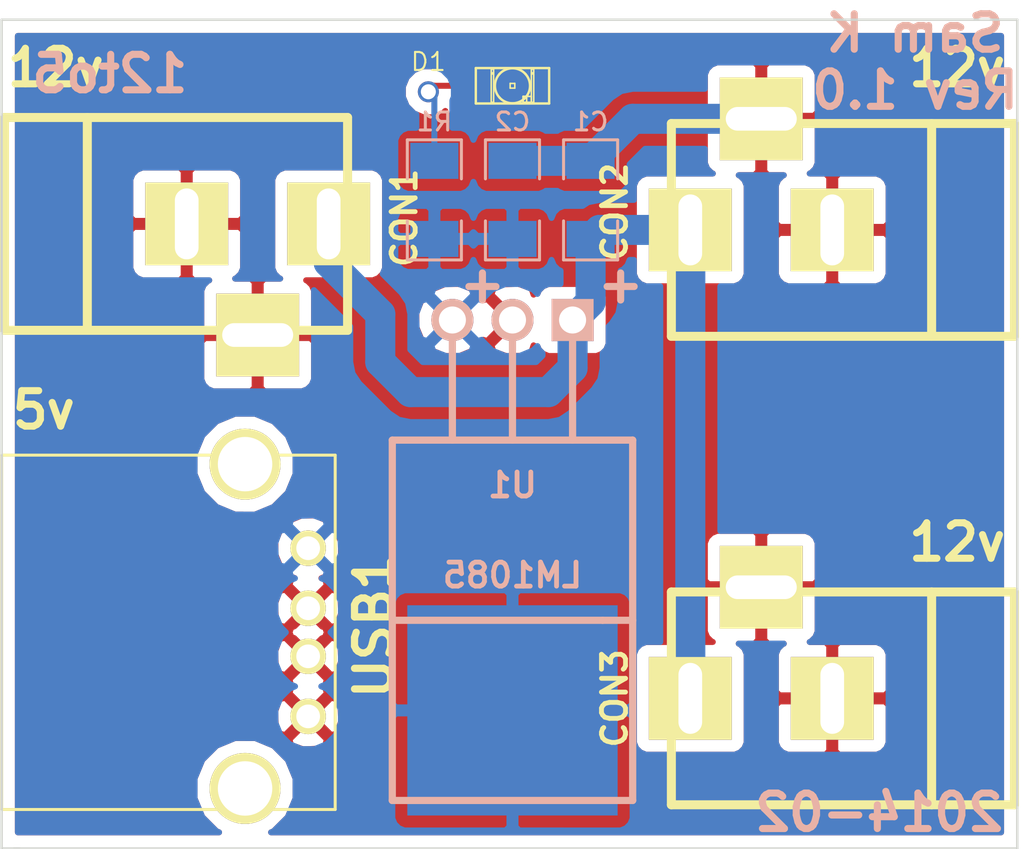
<source format=kicad_pcb>
(kicad_pcb (version 3) (host pcbnew "(2013-07-07 BZR 4022)-stable")

  (general
    (links 21)
    (no_connects 0)
    (area 169.346879 100.533999 212.923121 136.33418)
    (thickness 1.6)
    (drawings 14)
    (tracks 20)
    (zones 0)
    (modules 9)
    (nets 5)
  )

  (page A3)
  (layers
    (15 F.Cu signal)
    (0 B.Cu signal)
    (16 B.Adhes user)
    (17 F.Adhes user)
    (18 B.Paste user)
    (19 F.Paste user)
    (20 B.SilkS user)
    (21 F.SilkS user)
    (22 B.Mask user)
    (23 F.Mask user)
    (24 Dwgs.User user)
    (25 Cmts.User user)
    (26 Eco1.User user)
    (27 Eco2.User user)
    (28 Edge.Cuts user)
  )

  (setup
    (last_trace_width 0.254)
    (trace_clearance 0.254)
    (zone_clearance 0.508)
    (zone_45_only no)
    (trace_min 0.254)
    (segment_width 0.2)
    (edge_width 0.1)
    (via_size 0.889)
    (via_drill 0.635)
    (via_min_size 0.889)
    (via_min_drill 0.508)
    (uvia_size 0.508)
    (uvia_drill 0.127)
    (uvias_allowed no)
    (uvia_min_size 0.508)
    (uvia_min_drill 0.127)
    (pcb_text_width 0.3)
    (pcb_text_size 1.5 1.5)
    (mod_edge_width 0.15)
    (mod_text_size 1 1)
    (mod_text_width 0.15)
    (pad_size 8.89 8.89)
    (pad_drill 0)
    (pad_to_mask_clearance 0)
    (aux_axis_origin 0 0)
    (visible_elements 7FFFFCFF)
    (pcbplotparams
      (layerselection 284196865)
      (usegerberextensions true)
      (excludeedgelayer true)
      (linewidth 0.150000)
      (plotframeref false)
      (viasonmask false)
      (mode 1)
      (useauxorigin false)
      (hpglpennumber 1)
      (hpglpenspeed 20)
      (hpglpendiameter 15)
      (hpglpenoverlay 2)
      (psnegative false)
      (psa4output false)
      (plotreference true)
      (plotvalue true)
      (plotothertext true)
      (plotinvisibletext false)
      (padsonsilk false)
      (subtractmaskfromsilk false)
      (outputformat 1)
      (mirror false)
      (drillshape 0)
      (scaleselection 1)
      (outputdirectory Gerber/))
  )

  (net 0 "")
  (net 1 +12V)
  (net 2 +5V)
  (net 3 GND)
  (net 4 N-000001)

  (net_class Default "This is the default net class."
    (clearance 0.254)
    (trace_width 0.254)
    (via_dia 0.889)
    (via_drill 0.635)
    (uvia_dia 0.508)
    (uvia_drill 0.127)
    (add_net "")
    (add_net +5V)
    (add_net N-000001)
  )

  (net_class +12V ""
    (clearance 0.254)
    (trace_width 1.27)
    (via_dia 0.889)
    (via_drill 0.635)
    (uvia_dia 0.508)
    (uvia_drill 0.127)
    (add_net +12V)
    (add_net GND)
  )

  (module USB_A (layer F.Cu) (tedit 52F7F544) (tstamp 52F7E6E8)
    (at 182.626 126.492 180)
    (path /52F7E0CD)
    (fp_text reference U2 (at 3.048 3.81 180) (layer F.SilkS) hide
      (effects (font (size 1.524 1.524) (thickness 0.3048)))
    )
    (fp_text value USB1 (at -2.794 0.254 270) (layer F.SilkS)
      (effects (font (size 1.524 1.524) (thickness 0.3048)))
    )
    (fp_line (start -1.143 -7.493) (end 12.954 -7.493) (layer F.SilkS) (width 0.127))
    (fp_line (start 12.954 7.493) (end -1.143 7.493) (layer F.SilkS) (width 0.127))
    (fp_line (start -1.143 -7.493) (end -1.143 7.493) (layer F.SilkS) (width 0.127))
    (fp_line (start 12.954 -7.493) (end 12.954 7.493) (layer F.SilkS) (width 0.127))
    (pad 4 thru_hole circle (at 0 -3.556 180) (size 1.50114 1.50114) (drill 1.00076)
      (layers *.Cu *.Mask F.SilkS)
      (net 3 GND)
    )
    (pad 3 thru_hole circle (at 0 -1.016 180) (size 1.50114 1.50114) (drill 1.00076)
      (layers *.Cu *.Mask F.SilkS)
      (net 3 GND)
    )
    (pad 2 thru_hole circle (at 0 1.016 180) (size 1.50114 1.50114) (drill 1.00076)
      (layers *.Cu *.Mask F.SilkS)
      (net 3 GND)
    )
    (pad 1 thru_hole circle (at 0 3.556 180) (size 1.50114 1.50114) (drill 1.00076)
      (layers *.Cu *.Mask F.SilkS)
      (net 2 +5V)
    )
    (pad 5 thru_hole circle (at 2.667 -6.604 180) (size 2.99974 2.99974) (drill 2.30124)
      (layers *.Cu *.Mask F.SilkS)
    )
    (pad 6 thru_hole circle (at 2.667 7.112 180) (size 2.99974 2.99974) (drill 2.30124)
      (layers *.Cu *.Mask F.SilkS)
    )
    (model connectors/usb_a_through_hole.wrl
      (at (xyz 0 0 0))
      (scale (xyz 1 1 1))
      (rotate (xyz 0 0 0))
    )
  )

  (module TO220 (layer B.Cu) (tedit 52F7FD22) (tstamp 52F7FCD1)
    (at 191.262 113.284 270)
    (descr "Transistor TO 220")
    (tags "TR TO220 DEV")
    (path /52F7D28D)
    (fp_text reference U1 (at 6.985 0 540) (layer B.SilkS)
      (effects (font (size 1.016 1.016) (thickness 0.2032)) (justify mirror))
    )
    (fp_text value LM1085 (at 10.795 0 540) (layer B.SilkS)
      (effects (font (size 1.016 1.016) (thickness 0.2032)) (justify mirror))
    )
    (fp_line (start 0 2.54) (end 5.08 2.54) (layer B.SilkS) (width 0.3048))
    (fp_line (start 0 0) (end 5.08 0) (layer B.SilkS) (width 0.3048))
    (fp_line (start 0 -2.54) (end 5.08 -2.54) (layer B.SilkS) (width 0.3048))
    (fp_line (start 5.08 -5.08) (end 20.32 -5.08) (layer B.SilkS) (width 0.3048))
    (fp_line (start 20.32 -5.08) (end 20.32 5.08) (layer B.SilkS) (width 0.3048))
    (fp_line (start 20.32 5.08) (end 5.08 5.08) (layer B.SilkS) (width 0.3048))
    (fp_line (start 5.08 5.08) (end 5.08 -5.08) (layer B.SilkS) (width 0.3048))
    (fp_line (start 12.7 -3.81) (end 12.7 5.08) (layer B.SilkS) (width 0.3048))
    (fp_line (start 12.7 -3.81) (end 12.7 -5.08) (layer B.SilkS) (width 0.3048))
    (pad 1 thru_hole rect (at 0 -2.54 270) (size 1.778 1.778) (drill 1.143)
      (layers *.Cu *.Mask B.SilkS)
      (net 1 +12V)
    )
    (pad 2 thru_hole circle (at 0 2.54 270) (size 1.778 1.778) (drill 1.143)
      (layers *.Cu *.Mask B.SilkS)
      (net 2 +5V)
    )
    (pad 3 thru_hole circle (at 0 0 270) (size 1.778 1.778) (drill 1.143)
      (layers *.Cu *.Mask B.SilkS)
      (net 3 GND)
    )
    (pad 4 smd rect (at 16.51 0 270) (size 8.89 8.89)
      (layers B.Cu F.Paste B.Mask)
      (net 2 +5V)
    )
    (model discret/to220_horiz.wrl
      (at (xyz 0 0 0))
      (scale (xyz 1 1 1))
      (rotate (xyz 0 0 0))
    )
  )

  (module SM1206 (layer B.Cu) (tedit 52F7FBA5) (tstamp 52F7E705)
    (at 194.564 108.204 90)
    (path /52F7D12E)
    (attr smd)
    (fp_text reference C1 (at 3.302 0 180) (layer B.SilkS)
      (effects (font (size 0.762 0.762) (thickness 0.127)) (justify mirror))
    )
    (fp_text value 10u (at 0 0 90) (layer B.SilkS) hide
      (effects (font (size 0.762 0.762) (thickness 0.127)) (justify mirror))
    )
    (fp_line (start -2.54 1.143) (end -2.54 -1.143) (layer B.SilkS) (width 0.127))
    (fp_line (start -2.54 -1.143) (end -0.889 -1.143) (layer B.SilkS) (width 0.127))
    (fp_line (start 0.889 1.143) (end 2.54 1.143) (layer B.SilkS) (width 0.127))
    (fp_line (start 2.54 1.143) (end 2.54 -1.143) (layer B.SilkS) (width 0.127))
    (fp_line (start 2.54 -1.143) (end 0.889 -1.143) (layer B.SilkS) (width 0.127))
    (fp_line (start -0.889 1.143) (end -2.54 1.143) (layer B.SilkS) (width 0.127))
    (pad 1 smd rect (at -1.651 0 90) (size 1.524 2.032)
      (layers B.Cu B.Paste B.Mask)
      (net 1 +12V)
    )
    (pad 2 smd rect (at 1.651 0 90) (size 1.524 2.032)
      (layers B.Cu B.Paste B.Mask)
      (net 3 GND)
    )
    (model smd/chip_cms.wrl
      (at (xyz 0 0 0))
      (scale (xyz 0.17 0.16 0.16))
      (rotate (xyz 0 0 0))
    )
  )

  (module SM1206 (layer B.Cu) (tedit 52F7FB9C) (tstamp 52F7E711)
    (at 191.262 108.204 90)
    (path /52F7D13B)
    (attr smd)
    (fp_text reference C2 (at 3.302 0 180) (layer B.SilkS)
      (effects (font (size 0.762 0.762) (thickness 0.127)) (justify mirror))
    )
    (fp_text value 100u (at 0 0 90) (layer B.SilkS) hide
      (effects (font (size 0.762 0.762) (thickness 0.127)) (justify mirror))
    )
    (fp_line (start -2.54 1.143) (end -2.54 -1.143) (layer B.SilkS) (width 0.127))
    (fp_line (start -2.54 -1.143) (end -0.889 -1.143) (layer B.SilkS) (width 0.127))
    (fp_line (start 0.889 1.143) (end 2.54 1.143) (layer B.SilkS) (width 0.127))
    (fp_line (start 2.54 1.143) (end 2.54 -1.143) (layer B.SilkS) (width 0.127))
    (fp_line (start 2.54 -1.143) (end 0.889 -1.143) (layer B.SilkS) (width 0.127))
    (fp_line (start -0.889 1.143) (end -2.54 1.143) (layer B.SilkS) (width 0.127))
    (pad 1 smd rect (at -1.651 0 90) (size 1.524 2.032)
      (layers B.Cu B.Paste B.Mask)
      (net 2 +5V)
    )
    (pad 2 smd rect (at 1.651 0 90) (size 1.524 2.032)
      (layers B.Cu B.Paste B.Mask)
      (net 3 GND)
    )
    (model smd/chip_cms.wrl
      (at (xyz 0 0 0))
      (scale (xyz 0.17 0.16 0.16))
      (rotate (xyz 0 0 0))
    )
  )

  (module SM1206 (layer B.Cu) (tedit 52F7FB95) (tstamp 52F7E71D)
    (at 187.96 108.204 90)
    (path /52F7D3E6)
    (attr smd)
    (fp_text reference R1 (at 3.302 0 180) (layer B.SilkS)
      (effects (font (size 0.762 0.762) (thickness 0.127)) (justify mirror))
    )
    (fp_text value R (at 0 0 90) (layer B.SilkS) hide
      (effects (font (size 0.762 0.762) (thickness 0.127)) (justify mirror))
    )
    (fp_line (start -2.54 1.143) (end -2.54 -1.143) (layer B.SilkS) (width 0.127))
    (fp_line (start -2.54 -1.143) (end -0.889 -1.143) (layer B.SilkS) (width 0.127))
    (fp_line (start 0.889 1.143) (end 2.54 1.143) (layer B.SilkS) (width 0.127))
    (fp_line (start 2.54 1.143) (end 2.54 -1.143) (layer B.SilkS) (width 0.127))
    (fp_line (start 2.54 -1.143) (end 0.889 -1.143) (layer B.SilkS) (width 0.127))
    (fp_line (start -0.889 1.143) (end -2.54 1.143) (layer B.SilkS) (width 0.127))
    (pad 1 smd rect (at -1.651 0 90) (size 1.524 2.032)
      (layers B.Cu B.Paste B.Mask)
      (net 2 +5V)
    )
    (pad 2 smd rect (at 1.651 0 90) (size 1.524 2.032)
      (layers B.Cu B.Paste B.Mask)
      (net 4 N-000001)
    )
    (model smd/chip_cms.wrl
      (at (xyz 0 0 0))
      (scale (xyz 0.17 0.16 0.16))
      (rotate (xyz 0 0 0))
    )
  )

  (module LED-1206 (layer F.Cu) (tedit 52F7F47B) (tstamp 52F7E747)
    (at 191.262 103.378)
    (descr "LED 1206 smd package")
    (tags "LED1206 SMD")
    (path /52F7D3D7)
    (attr smd)
    (fp_text reference D1 (at -3.556 -1.016) (layer F.SilkS)
      (effects (font (size 0.762 0.762) (thickness 0.0889)))
    )
    (fp_text value LED (at 0 1.524) (layer F.SilkS) hide
      (effects (font (size 0.762 0.762) (thickness 0.0889)))
    )
    (fp_line (start -0.09906 0.09906) (end 0.09906 0.09906) (layer F.SilkS) (width 0.06604))
    (fp_line (start 0.09906 0.09906) (end 0.09906 -0.09906) (layer F.SilkS) (width 0.06604))
    (fp_line (start -0.09906 -0.09906) (end 0.09906 -0.09906) (layer F.SilkS) (width 0.06604))
    (fp_line (start -0.09906 0.09906) (end -0.09906 -0.09906) (layer F.SilkS) (width 0.06604))
    (fp_line (start 0.44958 0.6985) (end 0.79756 0.6985) (layer F.SilkS) (width 0.06604))
    (fp_line (start 0.79756 0.6985) (end 0.79756 0.44958) (layer F.SilkS) (width 0.06604))
    (fp_line (start 0.44958 0.44958) (end 0.79756 0.44958) (layer F.SilkS) (width 0.06604))
    (fp_line (start 0.44958 0.6985) (end 0.44958 0.44958) (layer F.SilkS) (width 0.06604))
    (fp_line (start 0.79756 0.6985) (end 0.89916 0.6985) (layer F.SilkS) (width 0.06604))
    (fp_line (start 0.89916 0.6985) (end 0.89916 -0.49784) (layer F.SilkS) (width 0.06604))
    (fp_line (start 0.79756 -0.49784) (end 0.89916 -0.49784) (layer F.SilkS) (width 0.06604))
    (fp_line (start 0.79756 0.6985) (end 0.79756 -0.49784) (layer F.SilkS) (width 0.06604))
    (fp_line (start 0.79756 -0.54864) (end 0.89916 -0.54864) (layer F.SilkS) (width 0.06604))
    (fp_line (start 0.89916 -0.54864) (end 0.89916 -0.6985) (layer F.SilkS) (width 0.06604))
    (fp_line (start 0.79756 -0.6985) (end 0.89916 -0.6985) (layer F.SilkS) (width 0.06604))
    (fp_line (start 0.79756 -0.54864) (end 0.79756 -0.6985) (layer F.SilkS) (width 0.06604))
    (fp_line (start -0.89916 0.6985) (end -0.79756 0.6985) (layer F.SilkS) (width 0.06604))
    (fp_line (start -0.79756 0.6985) (end -0.79756 -0.49784) (layer F.SilkS) (width 0.06604))
    (fp_line (start -0.89916 -0.49784) (end -0.79756 -0.49784) (layer F.SilkS) (width 0.06604))
    (fp_line (start -0.89916 0.6985) (end -0.89916 -0.49784) (layer F.SilkS) (width 0.06604))
    (fp_line (start -0.89916 -0.54864) (end -0.79756 -0.54864) (layer F.SilkS) (width 0.06604))
    (fp_line (start -0.79756 -0.54864) (end -0.79756 -0.6985) (layer F.SilkS) (width 0.06604))
    (fp_line (start -0.89916 -0.6985) (end -0.79756 -0.6985) (layer F.SilkS) (width 0.06604))
    (fp_line (start -0.89916 -0.54864) (end -0.89916 -0.6985) (layer F.SilkS) (width 0.06604))
    (fp_line (start 0.44958 0.6985) (end 0.59944 0.6985) (layer F.SilkS) (width 0.06604))
    (fp_line (start 0.59944 0.6985) (end 0.59944 0.44958) (layer F.SilkS) (width 0.06604))
    (fp_line (start 0.44958 0.44958) (end 0.59944 0.44958) (layer F.SilkS) (width 0.06604))
    (fp_line (start 0.44958 0.6985) (end 0.44958 0.44958) (layer F.SilkS) (width 0.06604))
    (fp_line (start 1.5494 0.7493) (end -1.5494 0.7493) (layer F.SilkS) (width 0.1016))
    (fp_line (start -1.5494 0.7493) (end -1.5494 -0.7493) (layer F.SilkS) (width 0.1016))
    (fp_line (start -1.5494 -0.7493) (end 1.5494 -0.7493) (layer F.SilkS) (width 0.1016))
    (fp_line (start 1.5494 -0.7493) (end 1.5494 0.7493) (layer F.SilkS) (width 0.1016))
    (fp_arc (start 0 0) (end 0.54864 0.49784) (angle 95.4) (layer F.SilkS) (width 0.1016))
    (fp_arc (start 0 0) (end -0.54864 0.49784) (angle 84.5) (layer F.SilkS) (width 0.1016))
    (fp_arc (start 0 0) (end -0.54864 -0.49784) (angle 95.4) (layer F.SilkS) (width 0.1016))
    (fp_arc (start 0 0) (end 0.54864 -0.49784) (angle 84.5) (layer F.SilkS) (width 0.1016))
    (pad 1 smd rect (at -1.41986 0) (size 1.59766 1.80086)
      (layers F.Cu F.Paste F.Mask)
      (net 4 N-000001)
    )
    (pad 2 smd rect (at 1.41986 0) (size 1.59766 1.80086)
      (layers F.Cu F.Paste F.Mask)
      (net 3 GND)
    )
  )

  (module BARREL_JACK (layer F.Cu) (tedit 52F7F55B) (tstamp 52F7F561)
    (at 177.292 109.22)
    (descr "DC Barrel Jack")
    (tags "Power Jack")
    (path /52F7DD33)
    (fp_text reference CON1 (at 9.398 -0.254 90) (layer F.SilkS)
      (effects (font (size 1.016 1.016) (thickness 0.2032)))
    )
    (fp_text value BARREL_JACK (at 1.524 -3.302) (layer F.SilkS) hide
      (effects (font (size 1.016 1.016) (thickness 0.2032)))
    )
    (fp_line (start -4.0005 -4.50088) (end -4.0005 4.50088) (layer F.SilkS) (width 0.381))
    (fp_line (start -7.50062 -4.50088) (end -7.50062 4.50088) (layer F.SilkS) (width 0.381))
    (fp_line (start -7.50062 4.50088) (end 7.00024 4.50088) (layer F.SilkS) (width 0.381))
    (fp_line (start 7.00024 4.50088) (end 7.00024 -4.50088) (layer F.SilkS) (width 0.381))
    (fp_line (start 7.00024 -4.50088) (end -7.50062 -4.50088) (layer F.SilkS) (width 0.381))
    (pad 1 thru_hole rect (at 6.20014 0) (size 3.50012 3.50012) (drill oval 1.00076 2.99974)
      (layers *.Cu *.Mask F.SilkS)
      (net 1 +12V)
    )
    (pad 2 thru_hole rect (at 0.20066 0) (size 3.50012 3.50012) (drill oval 1.00076 2.99974)
      (layers *.Cu *.Mask F.SilkS)
      (net 3 GND)
    )
    (pad 3 thru_hole rect (at 3.2004 4.699) (size 3.50012 3.50012) (drill oval 2.99974 1.00076)
      (layers *.Cu *.Mask F.SilkS)
      (net 3 GND)
    )
  )

  (module BARREL_JACK (layer F.Cu) (tedit 52F7F554) (tstamp 52F7F57B)
    (at 204.978 109.474 180)
    (descr "DC Barrel Jack")
    (tags "Power Jack")
    (path /52F7DDCA)
    (fp_text reference CON2 (at 9.398 0.762 270) (layer F.SilkS)
      (effects (font (size 1.016 1.016) (thickness 0.2032)))
    )
    (fp_text value BARREL_JACK (at 1.27 -3.556 180) (layer F.SilkS) hide
      (effects (font (size 1.016 1.016) (thickness 0.2032)))
    )
    (fp_line (start -4.0005 -4.50088) (end -4.0005 4.50088) (layer F.SilkS) (width 0.381))
    (fp_line (start -7.50062 -4.50088) (end -7.50062 4.50088) (layer F.SilkS) (width 0.381))
    (fp_line (start -7.50062 4.50088) (end 7.00024 4.50088) (layer F.SilkS) (width 0.381))
    (fp_line (start 7.00024 4.50088) (end 7.00024 -4.50088) (layer F.SilkS) (width 0.381))
    (fp_line (start 7.00024 -4.50088) (end -7.50062 -4.50088) (layer F.SilkS) (width 0.381))
    (pad 1 thru_hole rect (at 6.20014 0 180) (size 3.50012 3.50012) (drill oval 1.00076 2.99974)
      (layers *.Cu *.Mask F.SilkS)
      (net 1 +12V)
    )
    (pad 2 thru_hole rect (at 0.20066 0 180) (size 3.50012 3.50012) (drill oval 1.00076 2.99974)
      (layers *.Cu *.Mask F.SilkS)
      (net 3 GND)
    )
    (pad 3 thru_hole rect (at 3.2004 4.699 180) (size 3.50012 3.50012) (drill oval 2.99974 1.00076)
      (layers *.Cu *.Mask F.SilkS)
      (net 3 GND)
    )
  )

  (module BARREL_JACK (layer F.Cu) (tedit 52F7F54C) (tstamp 52F7F56E)
    (at 204.978 129.286 180)
    (descr "DC Barrel Jack")
    (tags "Power Jack")
    (path /52F7DDD7)
    (fp_text reference CON3 (at 9.398 0 270) (layer F.SilkS)
      (effects (font (size 1.016 1.016) (thickness 0.2032)))
    )
    (fp_text value BARREL_JACK (at 1.524 -3.556 180) (layer F.SilkS) hide
      (effects (font (size 1.016 1.016) (thickness 0.2032)))
    )
    (fp_line (start -4.0005 -4.50088) (end -4.0005 4.50088) (layer F.SilkS) (width 0.381))
    (fp_line (start -7.50062 -4.50088) (end -7.50062 4.50088) (layer F.SilkS) (width 0.381))
    (fp_line (start -7.50062 4.50088) (end 7.00024 4.50088) (layer F.SilkS) (width 0.381))
    (fp_line (start 7.00024 4.50088) (end 7.00024 -4.50088) (layer F.SilkS) (width 0.381))
    (fp_line (start 7.00024 -4.50088) (end -7.50062 -4.50088) (layer F.SilkS) (width 0.381))
    (pad 1 thru_hole rect (at 6.20014 0 180) (size 3.50012 3.50012) (drill oval 1.00076 2.99974)
      (layers *.Cu *.Mask F.SilkS)
      (net 1 +12V)
    )
    (pad 2 thru_hole rect (at 0.20066 0 180) (size 3.50012 3.50012) (drill oval 1.00076 2.99974)
      (layers *.Cu *.Mask F.SilkS)
      (net 3 GND)
    )
    (pad 3 thru_hole rect (at 3.2004 4.699 180) (size 3.50012 3.50012) (drill oval 2.99974 1.00076)
      (layers *.Cu *.Mask F.SilkS)
      (net 3 GND)
    )
  )

  (gr_text + (at 195.834 111.76) (layer B.SilkS)
    (effects (font (size 1.5 1.5) (thickness 0.3)) (justify mirror))
  )
  (gr_text + (at 189.992 111.76) (layer B.SilkS)
    (effects (font (size 1.5 1.5) (thickness 0.3)) (justify mirror))
  )
  (gr_text 2014-02 (at 206.756 134.112) (layer B.SilkS)
    (effects (font (size 1.5 1.5) (thickness 0.3)) (justify mirror))
  )
  (gr_text "Sam K\nRev 1.0" (at 208.28 102.362) (layer B.SilkS)
    (effects (font (size 1.5 1.5) (thickness 0.3)) (justify mirror))
  )
  (gr_text 12to5 (at 174.244 102.87) (layer B.SilkS)
    (effects (font (size 1.5 1.5) (thickness 0.3)) (justify mirror))
  )
  (gr_text 12v (at 210.058 102.616) (layer F.SilkS)
    (effects (font (size 1.5 1.5) (thickness 0.3)))
  )
  (gr_text 12v (at 210.058 122.682) (layer F.SilkS)
    (effects (font (size 1.5 1.5) (thickness 0.3)))
  )
  (gr_text 5v (at 171.45 117.094) (layer F.SilkS)
    (effects (font (size 1.5 1.5) (thickness 0.3)))
  )
  (gr_text 12v (at 171.958 102.616) (layer F.SilkS)
    (effects (font (size 1.5 1.5) (thickness 0.3)))
  )
  (gr_line (start 169.672 100.584) (end 212.598 100.584) (angle 90) (layer Edge.Cuts) (width 0.1))
  (gr_line (start 169.672 135.636) (end 170.434 135.636) (angle 90) (layer Edge.Cuts) (width 0.1))
  (gr_line (start 169.672 100.584) (end 169.672 135.636) (angle 90) (layer Edge.Cuts) (width 0.1))
  (gr_line (start 212.598 135.636) (end 212.598 100.584) (angle 90) (layer Edge.Cuts) (width 0.1))
  (gr_line (start 170.18 135.636) (end 212.598 135.636) (angle 90) (layer Edge.Cuts) (width 0.1))

  (segment (start 183.49214 109.22) (end 183.49214 110.84814) (width 1.27) (layer B.Cu) (net 1))
  (segment (start 193.802 115.316) (end 193.802 113.284) (width 1.27) (layer B.Cu) (net 1) (tstamp 52F7F07D))
  (segment (start 192.786 116.332) (end 193.802 115.316) (width 1.27) (layer B.Cu) (net 1) (tstamp 52F7F078))
  (segment (start 186.944 116.332) (end 192.786 116.332) (width 1.27) (layer B.Cu) (net 1) (tstamp 52F7F076))
  (segment (start 185.674 115.062) (end 186.944 116.332) (width 1.27) (layer B.Cu) (net 1) (tstamp 52F7F074))
  (segment (start 185.674 113.03) (end 185.674 115.062) (width 1.27) (layer B.Cu) (net 1) (tstamp 52F7F073))
  (segment (start 183.49214 110.84814) (end 185.674 113.03) (width 1.27) (layer B.Cu) (net 1) (tstamp 52F7F06F))
  (segment (start 198.77786 129.286) (end 198.77786 109.474) (width 1.27) (layer B.Cu) (net 1))
  (segment (start 194.564 109.855) (end 194.564 112.522) (width 1.27) (layer B.Cu) (net 1))
  (segment (start 194.564 112.522) (end 193.802 113.284) (width 1.27) (layer B.Cu) (net 1) (tstamp 52F7F065))
  (segment (start 198.77786 109.474) (end 194.945 109.474) (width 1.27) (layer B.Cu) (net 1))
  (segment (start 194.945 109.474) (end 194.564 109.855) (width 1.27) (layer B.Cu) (net 1) (tstamp 52F7F061))
  (segment (start 194.564 106.553) (end 191.262 106.553) (width 1.27) (layer B.Cu) (net 3))
  (segment (start 201.7776 104.775) (end 196.342 104.775) (width 1.27) (layer B.Cu) (net 3))
  (segment (start 196.342 104.775) (end 194.564 106.553) (width 1.27) (layer B.Cu) (net 3) (tstamp 52F7F057))
  (segment (start 189.84214 103.378) (end 187.96 103.378) (width 0.254) (layer F.Cu) (net 4))
  (segment (start 187.96 103.886) (end 187.96 106.553) (width 0.254) (layer B.Cu) (net 4) (tstamp 52F7F203))
  (segment (start 187.706 103.632) (end 187.96 103.886) (width 0.254) (layer B.Cu) (net 4) (tstamp 52F7F202))
  (via (at 187.706 103.632) (size 0.889) (layers F.Cu B.Cu) (net 4))
  (segment (start 187.96 103.378) (end 187.706 103.632) (width 0.254) (layer F.Cu) (net 4) (tstamp 52F7F1FE))

  (zone (net 2) (net_name +5V) (layer B.Cu) (tstamp 52F7F0A4) (hatch edge 0.508)
    (connect_pads (clearance 0.508))
    (min_thickness 0.254)
    (fill (arc_segments 16) (thermal_gap 0.508) (thermal_bridge_width 0.508))
    (polygon
      (pts
        (xy 169.672 100.584) (xy 212.598 100.584) (xy 212.598 135.636) (xy 169.672 135.636)
      )
    )
    (filled_polygon
      (pts
        (xy 211.913 134.951) (xy 207.16251 134.951) (xy 207.16251 130.910305) (xy 207.16251 127.410185) (xy 207.066041 127.176711)
        (xy 206.887568 126.997927) (xy 206.654264 126.901051) (xy 206.401645 126.90083) (xy 203.826071 126.90083) (xy 203.886889 126.875701)
        (xy 204.065673 126.697228) (xy 204.162549 126.463924) (xy 204.16277 126.211305) (xy 204.16277 122.711185) (xy 204.066301 122.477711)
        (xy 203.887828 122.298927) (xy 203.654524 122.202051) (xy 203.401905 122.20183) (xy 200.04786 122.20183) (xy 200.04786 111.85917)
        (xy 200.653675 111.85917) (xy 200.887149 111.762701) (xy 201.065933 111.584228) (xy 201.162809 111.350924) (xy 201.16303 111.098305)
        (xy 201.16303 107.598185) (xy 201.066561 107.364711) (xy 200.888088 107.185927) (xy 200.826058 107.16017) (xy 202.728868 107.16017)
        (xy 202.668051 107.185299) (xy 202.489267 107.363772) (xy 202.392391 107.597076) (xy 202.39217 107.849695) (xy 202.39217 111.349815)
        (xy 202.488639 111.583289) (xy 202.667112 111.762073) (xy 202.900416 111.858949) (xy 203.153035 111.85917) (xy 206.653155 111.85917)
        (xy 206.886629 111.762701) (xy 207.065413 111.584228) (xy 207.162289 111.350924) (xy 207.16251 111.098305) (xy 207.16251 107.598185)
        (xy 207.066041 107.364711) (xy 206.887568 107.185927) (xy 206.654264 107.089051) (xy 206.401645 107.08883) (xy 203.826071 107.08883)
        (xy 203.886889 107.063701) (xy 204.065673 106.885228) (xy 204.162549 106.651924) (xy 204.16277 106.399305) (xy 204.16277 102.899185)
        (xy 204.066301 102.665711) (xy 203.887828 102.486927) (xy 203.654524 102.390051) (xy 203.401905 102.38983) (xy 199.901785 102.38983)
        (xy 199.668311 102.486299) (xy 199.489527 102.664772) (xy 199.392651 102.898076) (xy 199.39243 103.150695) (xy 199.39243 103.505)
        (xy 196.342 103.505) (xy 196.341999 103.505) (xy 195.855992 103.601673) (xy 195.443974 103.876974) (xy 195.443971 103.876977)
        (xy 194.165058 105.15589) (xy 193.422245 105.15589) (xy 193.188771 105.252359) (xy 193.158076 105.283) (xy 192.668128 105.283)
        (xy 192.638168 105.252987) (xy 192.404864 105.156111) (xy 192.152245 105.15589) (xy 190.120245 105.15589) (xy 189.886771 105.252359)
        (xy 189.707987 105.430832) (xy 189.611111 105.664136) (xy 189.61111 105.665245) (xy 189.514641 105.431771) (xy 189.336168 105.252987)
        (xy 189.102864 105.156111) (xy 188.850245 105.15589) (xy 188.722 105.15589) (xy 188.722 104.000141) (xy 188.785313 103.847668)
        (xy 188.785687 103.418216) (xy 188.621689 103.021311) (xy 188.318286 102.717378) (xy 187.921668 102.552687) (xy 187.492216 102.552313)
        (xy 187.095311 102.716311) (xy 186.791378 103.019714) (xy 186.626687 103.416332) (xy 186.626313 103.845784) (xy 186.790311 104.242689)
        (xy 187.093714 104.546622) (xy 187.198 104.589925) (xy 187.198 105.15589) (xy 186.818245 105.15589) (xy 186.584771 105.252359)
        (xy 186.405987 105.430832) (xy 186.309111 105.664136) (xy 186.30889 105.916755) (xy 186.30889 107.440755) (xy 186.405359 107.674229)
        (xy 186.583832 107.853013) (xy 186.817136 107.949889) (xy 187.069755 107.95011) (xy 189.101755 107.95011) (xy 189.335229 107.853641)
        (xy 189.514013 107.675168) (xy 189.610889 107.441864) (xy 189.61089 107.44072) (xy 189.61089 107.440755) (xy 189.707359 107.674229)
        (xy 189.885832 107.853013) (xy 190.119136 107.949889) (xy 190.371755 107.95011) (xy 192.403755 107.95011) (xy 192.637229 107.853641)
        (xy 192.667923 107.823) (xy 193.157871 107.823) (xy 193.187832 107.853013) (xy 193.421136 107.949889) (xy 193.673755 107.95011)
        (xy 195.705755 107.95011) (xy 195.939229 107.853641) (xy 196.118013 107.675168) (xy 196.214889 107.441864) (xy 196.21511 107.189245)
        (xy 196.21511 106.697941) (xy 196.868051 106.045) (xy 199.39243 106.045) (xy 199.39243 106.650815) (xy 199.488899 106.884289)
        (xy 199.667372 107.063073) (xy 199.729401 107.08883) (xy 196.902045 107.08883) (xy 196.668571 107.185299) (xy 196.489787 107.363772)
        (xy 196.392911 107.597076) (xy 196.39269 107.849695) (xy 196.39269 108.204) (xy 194.945 108.204) (xy 194.458992 108.300673)
        (xy 194.223699 108.45789) (xy 193.422245 108.45789) (xy 193.188771 108.554359) (xy 193.009987 108.732832) (xy 192.913111 108.966136)
        (xy 192.91311 108.967245) (xy 192.816641 108.733771) (xy 192.638168 108.554987) (xy 192.404864 108.458111) (xy 192.152245 108.45789)
        (xy 191.54775 108.458) (xy 191.389 108.61675) (xy 191.389 109.728) (xy 191.409 109.728) (xy 191.409 109.982)
        (xy 191.389 109.982) (xy 191.389 111.09325) (xy 191.54775 111.252) (xy 192.152245 111.25211) (xy 192.404864 111.251889)
        (xy 192.638168 111.155013) (xy 192.816641 110.976229) (xy 192.913 110.743021) (xy 193.009359 110.976229) (xy 193.187832 111.155013)
        (xy 193.294 111.199097) (xy 193.294 111.75989) (xy 192.787245 111.75989) (xy 192.553771 111.856359) (xy 192.374987 112.034832)
        (xy 192.314296 112.180991) (xy 192.126403 111.99277) (xy 191.566472 111.760266) (xy 191.135 111.759889) (xy 191.135 111.09325)
        (xy 191.135 109.982) (xy 191.135 109.728) (xy 191.135 108.61675) (xy 190.97625 108.458) (xy 190.371755 108.45789)
        (xy 190.119136 108.458111) (xy 189.885832 108.554987) (xy 189.707359 108.733771) (xy 189.611 108.966978) (xy 189.514641 108.733771)
        (xy 189.336168 108.554987) (xy 189.102864 108.458111) (xy 188.850245 108.45789) (xy 188.24575 108.458) (xy 188.087 108.61675)
        (xy 188.087 109.728) (xy 189.45225 109.728) (xy 189.611 109.56925) (xy 189.76975 109.728) (xy 191.135 109.728)
        (xy 191.135 109.982) (xy 189.76975 109.982) (xy 189.611 110.14075) (xy 189.45225 109.982) (xy 188.087 109.982)
        (xy 188.087 111.09325) (xy 188.24575 111.252) (xy 188.850245 111.25211) (xy 189.102864 111.251889) (xy 189.336168 111.155013)
        (xy 189.514641 110.976229) (xy 189.611 110.743021) (xy 189.707359 110.976229) (xy 189.885832 111.155013) (xy 190.119136 111.251889)
        (xy 190.371755 111.25211) (xy 190.97625 111.252) (xy 191.135 111.09325) (xy 191.135 111.759889) (xy 190.960188 111.759737)
        (xy 190.399852 111.991263) (xy 189.97077 112.419597) (xy 189.959595 112.446506) (xy 189.794195 112.39141) (xy 189.61459 112.571015)
        (xy 189.61459 112.211805) (xy 189.529532 111.956461) (xy 188.960035 111.748486) (xy 188.3543 111.774278) (xy 187.914468 111.956461)
        (xy 187.833 112.201027) (xy 187.833 111.09325) (xy 187.833 109.982) (xy 187.833 109.728) (xy 187.833 108.61675)
        (xy 187.67425 108.458) (xy 187.069755 108.45789) (xy 186.817136 108.458111) (xy 186.583832 108.554987) (xy 186.405359 108.733771)
        (xy 186.30889 108.967245) (xy 186.309 109.56925) (xy 186.46775 109.728) (xy 187.833 109.728) (xy 187.833 109.982)
        (xy 186.46775 109.982) (xy 186.309 110.14075) (xy 186.30889 110.742755) (xy 186.405359 110.976229) (xy 186.583832 111.155013)
        (xy 186.817136 111.251889) (xy 187.069755 111.25211) (xy 187.67425 111.252) (xy 187.833 111.09325) (xy 187.833 112.201027)
        (xy 187.82941 112.211805) (xy 188.722 113.104395) (xy 189.61459 112.211805) (xy 189.61459 112.571015) (xy 188.901605 113.284)
        (xy 189.794195 114.17659) (xy 189.959138 114.121645) (xy 189.969263 114.146148) (xy 190.397597 114.57523) (xy 190.957528 114.807734)
        (xy 191.563812 114.808263) (xy 192.124148 114.576737) (xy 192.314312 114.386904) (xy 192.374359 114.532229) (xy 192.532 114.690144)
        (xy 192.532 114.789948) (xy 192.259948 115.062) (xy 189.61459 115.062) (xy 189.61459 114.356195) (xy 188.722 113.463605)
        (xy 188.542395 113.64321) (xy 188.542395 113.284) (xy 187.649805 112.39141) (xy 187.394461 112.476468) (xy 187.186486 113.045965)
        (xy 187.212278 113.6517) (xy 187.394461 114.091532) (xy 187.649805 114.17659) (xy 188.542395 113.284) (xy 188.542395 113.64321)
        (xy 187.82941 114.356195) (xy 187.914468 114.611539) (xy 188.483965 114.819514) (xy 189.0897 114.793722) (xy 189.529532 114.611539)
        (xy 189.61459 114.356195) (xy 189.61459 115.062) (xy 187.470051 115.062) (xy 186.944 114.535948) (xy 186.944 113.030005)
        (xy 186.944 113.03) (xy 186.944001 113.03) (xy 186.847327 112.543992) (xy 186.572026 112.131974) (xy 185.775242 111.33519)
        (xy 185.780213 111.330228) (xy 185.877089 111.096924) (xy 185.87731 110.844305) (xy 185.87731 107.344185) (xy 185.780841 107.110711)
        (xy 185.602368 106.931927) (xy 185.369064 106.835051) (xy 185.116445 106.83483) (xy 181.616325 106.83483) (xy 181.382851 106.931299)
        (xy 181.204067 107.109772) (xy 181.107191 107.343076) (xy 181.10697 107.595695) (xy 181.10697 111.095815) (xy 181.203439 111.329289)
        (xy 181.381912 111.508073) (xy 181.443941 111.53383) (xy 179.541131 111.53383) (xy 179.601949 111.508701) (xy 179.780733 111.330228)
        (xy 179.877609 111.096924) (xy 179.87783 110.844305) (xy 179.87783 107.344185) (xy 179.781361 107.110711) (xy 179.602888 106.931927)
        (xy 179.369584 106.835051) (xy 179.116965 106.83483) (xy 175.616845 106.83483) (xy 175.383371 106.931299) (xy 175.204587 107.109772)
        (xy 175.107711 107.343076) (xy 175.10749 107.595695) (xy 175.10749 111.095815) (xy 175.203959 111.329289) (xy 175.382432 111.508073)
        (xy 175.615736 111.604949) (xy 175.868355 111.60517) (xy 178.443928 111.60517) (xy 178.383111 111.630299) (xy 178.204327 111.808772)
        (xy 178.107451 112.042076) (xy 178.10723 112.294695) (xy 178.10723 115.794815) (xy 178.203699 116.028289) (xy 178.382172 116.207073)
        (xy 178.615476 116.303949) (xy 178.868095 116.30417) (xy 182.368215 116.30417) (xy 182.601689 116.207701) (xy 182.780473 116.029228)
        (xy 182.877349 115.795924) (xy 182.87757 115.543305) (xy 182.87757 112.043185) (xy 182.868019 112.020071) (xy 184.404 113.556052)
        (xy 184.404 115.061994) (xy 184.403999 115.062) (xy 184.500673 115.548008) (xy 184.775974 115.960026) (xy 186.045971 117.230022)
        (xy 186.045974 117.230026) (xy 186.457992 117.505327) (xy 186.944 117.602) (xy 192.785994 117.602) (xy 192.786 117.602001)
        (xy 192.786 117.602) (xy 193.272008 117.505327) (xy 193.684026 117.230026) (xy 194.700022 116.214028) (xy 194.700025 116.214026)
        (xy 194.700026 116.214026) (xy 194.975326 115.802009) (xy 194.975327 115.802008) (xy 195.05277 115.412674) (xy 195.072 115.316001)
        (xy 195.071999 115.316) (xy 195.072 115.316) (xy 195.072 114.689907) (xy 195.229013 114.533168) (xy 195.325889 114.299864)
        (xy 195.32611 114.047245) (xy 195.32611 113.555941) (xy 195.462022 113.420028) (xy 195.462025 113.420026) (xy 195.462026 113.420026)
        (xy 195.737327 113.008008) (xy 195.834 112.522001) (xy 195.833999 112.522) (xy 195.834 112.522) (xy 195.834 111.19912)
        (xy 195.939229 111.155641) (xy 196.118013 110.977168) (xy 196.214832 110.744) (xy 196.39269 110.744) (xy 196.39269 111.349815)
        (xy 196.489159 111.583289) (xy 196.667632 111.762073) (xy 196.900936 111.858949) (xy 197.153555 111.85917) (xy 197.50786 111.85917)
        (xy 197.50786 126.90083) (xy 196.902045 126.90083) (xy 196.668571 126.997299) (xy 196.489787 127.175772) (xy 196.392911 127.409076)
        (xy 196.39269 127.661695) (xy 196.39269 131.161815) (xy 196.489159 131.395289) (xy 196.667632 131.574073) (xy 196.900936 131.670949)
        (xy 197.153555 131.67117) (xy 200.653675 131.67117) (xy 200.887149 131.574701) (xy 201.065933 131.396228) (xy 201.162809 131.162924)
        (xy 201.16303 130.910305) (xy 201.16303 127.410185) (xy 201.066561 127.176711) (xy 200.888088 126.997927) (xy 200.826058 126.97217)
        (xy 202.728868 126.97217) (xy 202.668051 126.997299) (xy 202.489267 127.175772) (xy 202.392391 127.409076) (xy 202.39217 127.661695)
        (xy 202.39217 131.161815) (xy 202.488639 131.395289) (xy 202.667112 131.574073) (xy 202.900416 131.670949) (xy 203.153035 131.67117)
        (xy 206.653155 131.67117) (xy 206.886629 131.574701) (xy 207.065413 131.396228) (xy 207.162289 131.162924) (xy 207.16251 130.910305)
        (xy 207.16251 134.951) (xy 196.34211 134.951) (xy 196.34211 134.364755) (xy 196.34211 125.223245) (xy 196.245641 124.989771)
        (xy 196.067168 124.810987) (xy 195.833864 124.714111) (xy 195.581245 124.71389) (xy 191.54775 124.714) (xy 191.389 124.87275)
        (xy 191.389 129.667) (xy 196.18325 129.667) (xy 196.342 129.50825) (xy 196.34211 125.223245) (xy 196.34211 134.364755)
        (xy 196.342 130.07975) (xy 196.18325 129.921) (xy 191.389 129.921) (xy 191.389 134.71525) (xy 191.54775 134.874)
        (xy 195.581245 134.87411) (xy 195.833864 134.873889) (xy 196.067168 134.777013) (xy 196.245641 134.598229) (xy 196.34211 134.364755)
        (xy 196.34211 134.951) (xy 191.135 134.951) (xy 191.135 134.71525) (xy 191.135 129.921) (xy 191.135 129.667)
        (xy 191.135 124.87275) (xy 190.97625 124.714) (xy 186.942755 124.71389) (xy 186.690136 124.714111) (xy 186.456832 124.810987)
        (xy 186.278359 124.989771) (xy 186.18189 125.223245) (xy 186.182 129.50825) (xy 186.34075 129.667) (xy 191.135 129.667)
        (xy 191.135 129.921) (xy 186.34075 129.921) (xy 186.182 130.07975) (xy 186.18189 134.364755) (xy 186.278359 134.598229)
        (xy 186.456832 134.777013) (xy 186.690136 134.873889) (xy 186.942755 134.87411) (xy 190.97625 134.874) (xy 191.135 134.71525)
        (xy 191.135 134.951) (xy 184.023765 134.951) (xy 184.023765 123.140965) (xy 183.995803 122.590461) (xy 183.83893 122.211736)
        (xy 183.59793 122.143676) (xy 183.418324 122.323281) (xy 183.418324 121.96407) (xy 183.350264 121.72307) (xy 182.830965 121.538235)
        (xy 182.280461 121.566197) (xy 182.094239 121.643332) (xy 182.094239 118.957211) (xy 181.76991 118.172273) (xy 181.169885 117.571201)
        (xy 180.385515 117.245502) (xy 179.536211 117.244761) (xy 178.751273 117.56909) (xy 178.150201 118.169115) (xy 177.824502 118.953485)
        (xy 177.823761 119.802789) (xy 178.14809 120.587727) (xy 178.748115 121.188799) (xy 179.532485 121.514498) (xy 180.381789 121.515239)
        (xy 181.166727 121.19091) (xy 181.767799 120.590885) (xy 182.093498 119.806515) (xy 182.094239 118.957211) (xy 182.094239 121.643332)
        (xy 181.901736 121.72307) (xy 181.833676 121.96407) (xy 182.626 122.756395) (xy 183.418324 121.96407) (xy 183.418324 122.323281)
        (xy 182.805605 122.936) (xy 183.59793 123.728324) (xy 183.83893 123.660264) (xy 184.023765 123.140965) (xy 184.023765 134.951)
        (xy 184.011809 134.951) (xy 184.011809 129.773602) (xy 183.801313 129.264164) (xy 183.411887 128.874057) (xy 183.180616 128.778024)
        (xy 183.409836 128.683313) (xy 183.799943 128.293887) (xy 184.011328 127.784816) (xy 184.011809 127.233602) (xy 183.801313 126.724164)
        (xy 183.569491 126.491936) (xy 183.799943 126.261887) (xy 184.011328 125.752816) (xy 184.011809 125.201602) (xy 183.801313 124.692164)
        (xy 183.411887 124.302057) (xy 183.1965 124.21262) (xy 183.350264 124.14893) (xy 183.418324 123.90793) (xy 182.626 123.115605)
        (xy 182.446395 123.29521) (xy 182.446395 122.936) (xy 181.65407 122.143676) (xy 181.41307 122.211736) (xy 181.228235 122.731035)
        (xy 181.256197 123.281539) (xy 181.41307 123.660264) (xy 181.65407 123.728324) (xy 182.446395 122.936) (xy 182.446395 123.29521)
        (xy 181.833676 123.90793) (xy 181.901736 124.14893) (xy 182.067043 124.207768) (xy 181.842164 124.300687) (xy 181.452057 124.690113)
        (xy 181.240672 125.199184) (xy 181.240191 125.750398) (xy 181.450687 126.259836) (xy 181.682508 126.492063) (xy 181.452057 126.722113)
        (xy 181.240672 127.231184) (xy 181.240191 127.782398) (xy 181.450687 128.291836) (xy 181.840113 128.681943) (xy 182.071383 128.777975)
        (xy 181.842164 128.872687) (xy 181.452057 129.262113) (xy 181.240672 129.771184) (xy 181.240191 130.322398) (xy 181.450687 130.831836)
        (xy 181.840113 131.221943) (xy 182.349184 131.433328) (xy 182.900398 131.433809) (xy 183.409836 131.223313) (xy 183.799943 130.833887)
        (xy 184.011328 130.324816) (xy 184.011809 129.773602) (xy 184.011809 134.951) (xy 181.06002 134.951) (xy 181.166727 134.90691)
        (xy 181.767799 134.306885) (xy 182.093498 133.522515) (xy 182.094239 132.673211) (xy 181.76991 131.888273) (xy 181.169885 131.287201)
        (xy 180.385515 130.961502) (xy 179.536211 130.960761) (xy 178.751273 131.28509) (xy 178.150201 131.885115) (xy 177.824502 132.669485)
        (xy 177.823761 133.518789) (xy 178.14809 134.303727) (xy 178.748115 134.904799) (xy 178.859379 134.951) (xy 170.434 134.951)
        (xy 170.357 134.951) (xy 170.357 101.269) (xy 211.913 101.269) (xy 211.913 134.951)
      )
    )
  )
  (zone (net 3) (net_name GND) (layer F.Cu) (tstamp 52F7F212) (hatch edge 0.508)
    (connect_pads (clearance 0.508))
    (min_thickness 0.254)
    (fill (arc_segments 16) (thermal_gap 0.508) (thermal_bridge_width 0.508))
    (polygon
      (pts
        (xy 212.598 100.584) (xy 169.672 100.584) (xy 169.672 135.636) (xy 212.598 135.636)
      )
    )
    (filled_polygon
      (pts
        (xy 211.913 134.951) (xy 207.16251 134.951) (xy 207.16251 130.910305) (xy 207.16251 127.661695) (xy 207.16251 111.098305)
        (xy 207.16251 107.849695) (xy 207.162289 107.597076) (xy 207.065413 107.363772) (xy 206.886629 107.185299) (xy 206.653155 107.08883)
        (xy 205.06309 107.08894) (xy 204.90434 107.24769) (xy 204.90434 109.347) (xy 207.00365 109.347) (xy 207.1624 109.18825)
        (xy 207.16251 107.849695) (xy 207.16251 111.098305) (xy 207.1624 109.75975) (xy 207.00365 109.601) (xy 204.90434 109.601)
        (xy 204.90434 111.70031) (xy 205.06309 111.85906) (xy 206.653155 111.85917) (xy 206.886629 111.762701) (xy 207.065413 111.584228)
        (xy 207.162289 111.350924) (xy 207.16251 111.098305) (xy 207.16251 127.661695) (xy 207.162289 127.409076) (xy 207.065413 127.175772)
        (xy 206.886629 126.997299) (xy 206.653155 126.90083) (xy 205.06309 126.90094) (xy 204.90434 127.05969) (xy 204.90434 129.159)
        (xy 207.00365 129.159) (xy 207.1624 129.00025) (xy 207.16251 127.661695) (xy 207.16251 130.910305) (xy 207.1624 129.57175)
        (xy 207.00365 129.413) (xy 204.90434 129.413) (xy 204.90434 131.51231) (xy 205.06309 131.67106) (xy 206.653155 131.67117)
        (xy 206.886629 131.574701) (xy 207.065413 131.396228) (xy 207.162289 131.162924) (xy 207.16251 130.910305) (xy 207.16251 134.951)
        (xy 204.65034 134.951) (xy 204.65034 131.51231) (xy 204.65034 129.413) (xy 204.65034 129.159) (xy 204.65034 127.05969)
        (xy 204.65034 111.70031) (xy 204.65034 109.601) (xy 204.65034 109.347) (xy 204.65034 107.24769) (xy 204.49159 107.08894)
        (xy 203.825917 107.088893) (xy 203.886889 107.063701) (xy 204.065673 106.885228) (xy 204.162549 106.651924) (xy 204.16277 106.399305)
        (xy 204.16277 103.150695) (xy 204.162549 102.898076) (xy 204.065673 102.664772) (xy 203.886889 102.486299) (xy 203.653415 102.38983)
        (xy 202.06335 102.38994) (xy 201.9046 102.54869) (xy 201.9046 104.648) (xy 204.00391 104.648) (xy 204.16266 104.48925)
        (xy 204.16277 103.150695) (xy 204.16277 106.399305) (xy 204.16266 105.06075) (xy 204.00391 104.902) (xy 201.9046 104.902)
        (xy 201.9046 107.00131) (xy 202.06335 107.16006) (xy 202.729022 107.160106) (xy 202.668051 107.185299) (xy 202.489267 107.363772)
        (xy 202.392391 107.597076) (xy 202.39217 107.849695) (xy 202.39228 109.18825) (xy 202.55103 109.347) (xy 204.65034 109.347)
        (xy 204.65034 109.601) (xy 202.55103 109.601) (xy 202.39228 109.75975) (xy 202.39217 111.098305) (xy 202.392391 111.350924)
        (xy 202.489267 111.584228) (xy 202.668051 111.762701) (xy 202.901525 111.85917) (xy 204.49159 111.85906) (xy 204.65034 111.70031)
        (xy 204.65034 127.05969) (xy 204.49159 126.90094) (xy 203.825917 126.900893) (xy 203.886889 126.875701) (xy 204.065673 126.697228)
        (xy 204.162549 126.463924) (xy 204.16277 126.211305) (xy 204.16277 122.962695) (xy 204.162549 122.710076) (xy 204.065673 122.476772)
        (xy 203.886889 122.298299) (xy 203.653415 122.20183) (xy 202.06335 122.20194) (xy 201.9046 122.36069) (xy 201.9046 124.46)
        (xy 204.00391 124.46) (xy 204.16266 124.30125) (xy 204.16277 122.962695) (xy 204.16277 126.211305) (xy 204.16266 124.87275)
        (xy 204.00391 124.714) (xy 201.9046 124.714) (xy 201.9046 126.81331) (xy 202.06335 126.97206) (xy 202.729022 126.972106)
        (xy 202.668051 126.997299) (xy 202.489267 127.175772) (xy 202.392391 127.409076) (xy 202.39217 127.661695) (xy 202.39228 129.00025)
        (xy 202.55103 129.159) (xy 204.65034 129.159) (xy 204.65034 129.413) (xy 202.55103 129.413) (xy 202.39228 129.57175)
        (xy 202.39217 130.910305) (xy 202.392391 131.162924) (xy 202.489267 131.396228) (xy 202.668051 131.574701) (xy 202.901525 131.67117)
        (xy 204.49159 131.67106) (xy 204.65034 131.51231) (xy 204.65034 134.951) (xy 201.6506 134.951) (xy 201.6506 126.81331)
        (xy 201.6506 124.714) (xy 201.6506 124.46) (xy 201.6506 122.36069) (xy 201.6506 107.00131) (xy 201.6506 104.902)
        (xy 201.6506 104.648) (xy 201.6506 102.54869) (xy 201.49185 102.38994) (xy 199.901785 102.38983) (xy 199.668311 102.486299)
        (xy 199.489527 102.664772) (xy 199.392651 102.898076) (xy 199.39243 103.150695) (xy 199.39254 104.48925) (xy 199.55129 104.648)
        (xy 201.6506 104.648) (xy 201.6506 104.902) (xy 199.55129 104.902) (xy 199.39254 105.06075) (xy 199.39243 106.399305)
        (xy 199.392651 106.651924) (xy 199.489527 106.885228) (xy 199.668311 107.063701) (xy 199.729128 107.08883) (xy 196.902045 107.08883)
        (xy 196.668571 107.185299) (xy 196.489787 107.363772) (xy 196.392911 107.597076) (xy 196.39269 107.849695) (xy 196.39269 111.349815)
        (xy 196.489159 111.583289) (xy 196.667632 111.762073) (xy 196.900936 111.858949) (xy 197.153555 111.85917) (xy 200.653675 111.85917)
        (xy 200.887149 111.762701) (xy 201.065933 111.584228) (xy 201.162809 111.350924) (xy 201.16303 111.098305) (xy 201.16303 107.598185)
        (xy 201.066561 107.364711) (xy 200.888088 107.185927) (xy 200.825904 107.160106) (xy 201.49185 107.16006) (xy 201.6506 107.00131)
        (xy 201.6506 122.36069) (xy 201.49185 122.20194) (xy 199.901785 122.20183) (xy 199.668311 122.298299) (xy 199.489527 122.476772)
        (xy 199.392651 122.710076) (xy 199.39243 122.962695) (xy 199.39254 124.30125) (xy 199.55129 124.46) (xy 201.6506 124.46)
        (xy 201.6506 124.714) (xy 199.55129 124.714) (xy 199.39254 124.87275) (xy 199.39243 126.211305) (xy 199.392651 126.463924)
        (xy 199.489527 126.697228) (xy 199.668311 126.875701) (xy 199.729128 126.90083) (xy 196.902045 126.90083) (xy 196.668571 126.997299)
        (xy 196.489787 127.175772) (xy 196.392911 127.409076) (xy 196.39269 127.661695) (xy 196.39269 131.161815) (xy 196.489159 131.395289)
        (xy 196.667632 131.574073) (xy 196.900936 131.670949) (xy 197.153555 131.67117) (xy 200.653675 131.67117) (xy 200.887149 131.574701)
        (xy 201.065933 131.396228) (xy 201.162809 131.162924) (xy 201.16303 130.910305) (xy 201.16303 127.410185) (xy 201.066561 127.176711)
        (xy 200.888088 126.997927) (xy 200.825904 126.972106) (xy 201.49185 126.97206) (xy 201.6506 126.81331) (xy 201.6506 134.951)
        (xy 195.32611 134.951) (xy 195.32611 114.047245) (xy 195.32611 112.269245) (xy 195.229641 112.035771) (xy 195.051168 111.856987)
        (xy 194.817864 111.760111) (xy 194.565245 111.75989) (xy 194.1158 111.75989) (xy 194.1158 104.152675) (xy 194.1158 102.603325)
        (xy 194.115579 102.350706) (xy 194.018703 102.117402) (xy 193.839919 101.938929) (xy 193.606445 101.84246) (xy 192.96761 101.84257)
        (xy 192.80886 102.00132) (xy 192.80886 103.251) (xy 193.95694 103.251) (xy 194.11569 103.09225) (xy 194.1158 102.603325)
        (xy 194.1158 104.152675) (xy 194.11569 103.66375) (xy 193.95694 103.505) (xy 192.80886 103.505) (xy 192.80886 104.75468)
        (xy 192.96761 104.91343) (xy 193.606445 104.91354) (xy 193.839919 104.817071) (xy 194.018703 104.638598) (xy 194.115579 104.405294)
        (xy 194.1158 104.152675) (xy 194.1158 111.75989) (xy 192.787245 111.75989) (xy 192.55486 111.855909) (xy 192.55486 104.75468)
        (xy 192.55486 103.505) (xy 192.53486 103.505) (xy 192.53486 103.251) (xy 192.55486 103.251) (xy 192.55486 102.00132)
        (xy 192.39611 101.84257) (xy 191.757275 101.84246) (xy 191.523801 101.938929) (xy 191.345017 102.117402) (xy 191.261915 102.317533)
        (xy 191.179611 102.118341) (xy 191.001138 101.939557) (xy 190.767834 101.842681) (xy 190.515215 101.84246) (xy 188.917555 101.84246)
        (xy 188.684081 101.938929) (xy 188.505297 102.117402) (xy 188.408421 102.350706) (xy 188.4082 102.603325) (xy 188.4082 102.616)
        (xy 188.074141 102.616) (xy 187.921668 102.552687) (xy 187.492216 102.552313) (xy 187.095311 102.716311) (xy 186.791378 103.019714)
        (xy 186.626687 103.416332) (xy 186.626313 103.845784) (xy 186.790311 104.242689) (xy 187.093714 104.546622) (xy 187.490332 104.711313)
        (xy 187.919784 104.711687) (xy 188.316689 104.547689) (xy 188.423456 104.441107) (xy 188.504669 104.637659) (xy 188.683142 104.816443)
        (xy 188.916446 104.913319) (xy 189.169065 104.91354) (xy 190.766725 104.91354) (xy 191.000199 104.817071) (xy 191.178983 104.638598)
        (xy 191.262 104.43867) (xy 191.345017 104.638598) (xy 191.523801 104.817071) (xy 191.757275 104.91354) (xy 192.39611 104.91343)
        (xy 192.55486 104.75468) (xy 192.55486 111.855909) (xy 192.553771 111.856359) (xy 192.374987 112.034832) (xy 192.325639 112.153673)
        (xy 192.269179 112.097213) (xy 192.154589 112.211802) (xy 192.069532 111.956461) (xy 191.500035 111.748486) (xy 190.8943 111.774278)
        (xy 190.454468 111.956461) (xy 190.36941 112.211805) (xy 191.262 113.104395) (xy 191.276142 113.090252) (xy 191.455747 113.269857)
        (xy 191.441605 113.284) (xy 191.455747 113.298142) (xy 191.276142 113.477747) (xy 191.262 113.463605) (xy 191.082395 113.64321)
        (xy 191.082395 113.284) (xy 190.189805 112.39141) (xy 190.024861 112.446354) (xy 190.014737 112.421852) (xy 189.586403 111.99277)
        (xy 189.026472 111.760266) (xy 188.420188 111.759737) (xy 187.859852 111.991263) (xy 187.43077 112.419597) (xy 187.198266 112.979528)
        (xy 187.197737 113.585812) (xy 187.429263 114.146148) (xy 187.857597 114.57523) (xy 188.417528 114.807734) (xy 189.023812 114.808263)
        (xy 189.584148 114.576737) (xy 190.01323 114.148403) (xy 190.024404 114.121493) (xy 190.189805 114.17659) (xy 191.082395 113.284)
        (xy 191.082395 113.64321) (xy 190.36941 114.356195) (xy 190.454468 114.611539) (xy 191.023965 114.819514) (xy 191.6297 114.793722)
        (xy 192.069532 114.611539) (xy 192.154589 114.356197) (xy 192.15459 114.356198) (xy 192.269179 114.470787) (xy 192.325641 114.414324)
        (xy 192.374359 114.532229) (xy 192.552832 114.711013) (xy 192.786136 114.807889) (xy 193.038755 114.80811) (xy 194.816755 114.80811)
        (xy 195.050229 114.711641) (xy 195.229013 114.533168) (xy 195.325889 114.299864) (xy 195.32611 114.047245) (xy 195.32611 134.951)
        (xy 192.15459 134.951) (xy 185.87731 134.951) (xy 185.87731 110.844305) (xy 185.87731 107.344185) (xy 185.780841 107.110711)
        (xy 185.602368 106.931927) (xy 185.369064 106.835051) (xy 185.116445 106.83483) (xy 181.616325 106.83483) (xy 181.382851 106.931299)
        (xy 181.204067 107.109772) (xy 181.107191 107.343076) (xy 181.10697 107.595695) (xy 181.10697 111.095815) (xy 181.203439 111.329289)
        (xy 181.381912 111.508073) (xy 181.444095 111.533893) (xy 180.77815 111.53394) (xy 180.6194 111.69269) (xy 180.6194 113.792)
        (xy 182.71871 113.792) (xy 182.87746 113.63325) (xy 182.87757 112.294695) (xy 182.877349 112.042076) (xy 182.780473 111.808772)
        (xy 182.601689 111.630299) (xy 182.540871 111.60517) (xy 185.367955 111.60517) (xy 185.601429 111.508701) (xy 185.780213 111.330228)
        (xy 185.877089 111.096924) (xy 185.87731 110.844305) (xy 185.87731 134.951) (xy 184.023765 134.951) (xy 184.023765 130.252965)
        (xy 184.023765 127.712965) (xy 184.023765 125.680965) (xy 184.011809 125.44558) (xy 184.011809 122.661602) (xy 183.801313 122.152164)
        (xy 183.411887 121.762057) (xy 182.902816 121.550672) (xy 182.87757 121.550649) (xy 182.87757 115.543305) (xy 182.87746 114.20475)
        (xy 182.71871 114.046) (xy 180.6194 114.046) (xy 180.6194 116.14531) (xy 180.77815 116.30406) (xy 182.368215 116.30417)
        (xy 182.601689 116.207701) (xy 182.780473 116.029228) (xy 182.877349 115.795924) (xy 182.87757 115.543305) (xy 182.87757 121.550649)
        (xy 182.351602 121.550191) (xy 182.094239 121.656531) (xy 182.094239 118.957211) (xy 181.76991 118.172273) (xy 181.169885 117.571201)
        (xy 180.385515 117.245502) (xy 180.3654 117.245484) (xy 180.3654 116.14531) (xy 180.3654 114.046) (xy 180.3654 113.792)
        (xy 180.3654 111.69269) (xy 180.20665 111.53394) (xy 179.540977 111.533893) (xy 179.601949 111.508701) (xy 179.780733 111.330228)
        (xy 179.877609 111.096924) (xy 179.87783 110.844305) (xy 179.87783 107.595695) (xy 179.877609 107.343076) (xy 179.780733 107.109772)
        (xy 179.601949 106.931299) (xy 179.368475 106.83483) (xy 177.77841 106.83494) (xy 177.61966 106.99369) (xy 177.61966 109.093)
        (xy 179.71897 109.093) (xy 179.87772 108.93425) (xy 179.87783 107.595695) (xy 179.87783 110.844305) (xy 179.87772 109.50575)
        (xy 179.71897 109.347) (xy 177.61966 109.347) (xy 177.61966 111.44631) (xy 177.77841 111.60506) (xy 178.444082 111.605106)
        (xy 178.383111 111.630299) (xy 178.204327 111.808772) (xy 178.107451 112.042076) (xy 178.10723 112.294695) (xy 178.10734 113.63325)
        (xy 178.26609 113.792) (xy 180.3654 113.792) (xy 180.3654 114.046) (xy 178.26609 114.046) (xy 178.10734 114.20475)
        (xy 178.10723 115.543305) (xy 178.107451 115.795924) (xy 178.204327 116.029228) (xy 178.383111 116.207701) (xy 178.616585 116.30417)
        (xy 180.20665 116.30406) (xy 180.3654 116.14531) (xy 180.3654 117.245484) (xy 179.536211 117.244761) (xy 178.751273 117.56909)
        (xy 178.150201 118.169115) (xy 177.824502 118.953485) (xy 177.823761 119.802789) (xy 178.14809 120.587727) (xy 178.748115 121.188799)
        (xy 179.532485 121.514498) (xy 180.381789 121.515239) (xy 181.166727 121.19091) (xy 181.767799 120.590885) (xy 182.093498 119.806515)
        (xy 182.094239 118.957211) (xy 182.094239 121.656531) (xy 181.842164 121.760687) (xy 181.452057 122.150113) (xy 181.240672 122.659184)
        (xy 181.240191 123.210398) (xy 181.450687 123.719836) (xy 181.840113 124.109943) (xy 182.055499 124.199379) (xy 181.901736 124.26307)
        (xy 181.833676 124.50407) (xy 182.626 125.296395) (xy 183.418324 124.50407) (xy 183.350264 124.26307) (xy 183.184956 124.204231)
        (xy 183.409836 124.111313) (xy 183.799943 123.721887) (xy 184.011328 123.212816) (xy 184.011809 122.661602) (xy 184.011809 125.44558)
        (xy 183.995803 125.130461) (xy 183.83893 124.751736) (xy 183.59793 124.683676) (xy 182.805605 125.476) (xy 183.59793 126.268324)
        (xy 183.83893 126.200264) (xy 184.023765 125.680965) (xy 184.023765 127.712965) (xy 183.995803 127.162461) (xy 183.83893 126.783736)
        (xy 183.59793 126.715676) (xy 183.418324 126.895281) (xy 183.418324 126.53607) (xy 183.405878 126.492) (xy 183.418324 126.44793)
        (xy 183.383636 126.413242) (xy 183.350264 126.29507) (xy 183.218601 126.248207) (xy 182.626 125.655605) (xy 182.446395 125.83521)
        (xy 182.446395 125.476) (xy 181.65407 124.683676) (xy 181.41307 124.751736) (xy 181.228235 125.271035) (xy 181.256197 125.821539)
        (xy 181.41307 126.200264) (xy 181.65407 126.268324) (xy 182.446395 125.476) (xy 182.446395 125.83521) (xy 182.046498 126.235107)
        (xy 181.901736 126.29507) (xy 181.868363 126.413242) (xy 181.833676 126.44793) (xy 181.846121 126.492) (xy 181.833676 126.53607)
        (xy 181.868363 126.570757) (xy 181.901736 126.68893) (xy 182.033398 126.735792) (xy 182.626 127.328395) (xy 183.205501 126.748892)
        (xy 183.350264 126.68893) (xy 183.383636 126.570757) (xy 183.418324 126.53607) (xy 183.418324 126.895281) (xy 182.805605 127.508)
        (xy 183.59793 128.300324) (xy 183.83893 128.232264) (xy 184.023765 127.712965) (xy 184.023765 130.252965) (xy 183.995803 129.702461)
        (xy 183.83893 129.323736) (xy 183.59793 129.255676) (xy 183.418324 129.435281) (xy 183.418324 129.07607) (xy 183.350264 128.83507)
        (xy 183.202058 128.782318) (xy 183.350264 128.72093) (xy 183.418324 128.47993) (xy 182.626 127.687605) (xy 182.446395 127.86721)
        (xy 182.446395 127.508) (xy 181.65407 126.715676) (xy 181.41307 126.783736) (xy 181.228235 127.303035) (xy 181.256197 127.853539)
        (xy 181.41307 128.232264) (xy 181.65407 128.300324) (xy 182.446395 127.508) (xy 182.446395 127.86721) (xy 181.833676 128.47993)
        (xy 181.901736 128.72093) (xy 182.049941 128.773681) (xy 181.901736 128.83507) (xy 181.833676 129.07607) (xy 182.626 129.868395)
        (xy 183.418324 129.07607) (xy 183.418324 129.435281) (xy 182.805605 130.048) (xy 183.59793 130.840324) (xy 183.83893 130.772264)
        (xy 184.023765 130.252965) (xy 184.023765 134.951) (xy 183.418324 134.951) (xy 183.418324 131.01993) (xy 182.626 130.227605)
        (xy 182.446395 130.40721) (xy 182.446395 130.048) (xy 181.65407 129.255676) (xy 181.41307 129.323736) (xy 181.228235 129.843035)
        (xy 181.256197 130.393539) (xy 181.41307 130.772264) (xy 181.65407 130.840324) (xy 182.446395 130.048) (xy 182.446395 130.40721)
        (xy 181.833676 131.01993) (xy 181.901736 131.26093) (xy 182.421035 131.445765) (xy 182.971539 131.417803) (xy 183.350264 131.26093)
        (xy 183.418324 131.01993) (xy 183.418324 134.951) (xy 181.06002 134.951) (xy 181.166727 134.90691) (xy 181.767799 134.306885)
        (xy 182.093498 133.522515) (xy 182.094239 132.673211) (xy 181.76991 131.888273) (xy 181.169885 131.287201) (xy 180.385515 130.961502)
        (xy 179.536211 130.960761) (xy 178.751273 131.28509) (xy 178.150201 131.885115) (xy 177.824502 132.669485) (xy 177.823761 133.518789)
        (xy 178.14809 134.303727) (xy 178.748115 134.904799) (xy 178.859379 134.951) (xy 177.36566 134.951) (xy 177.36566 111.44631)
        (xy 177.36566 109.347) (xy 177.36566 109.093) (xy 177.36566 106.99369) (xy 177.20691 106.83494) (xy 175.616845 106.83483)
        (xy 175.383371 106.931299) (xy 175.204587 107.109772) (xy 175.107711 107.343076) (xy 175.10749 107.595695) (xy 175.1076 108.93425)
        (xy 175.26635 109.093) (xy 177.36566 109.093) (xy 177.36566 109.347) (xy 175.26635 109.347) (xy 175.1076 109.50575)
        (xy 175.10749 110.844305) (xy 175.107711 111.096924) (xy 175.204587 111.330228) (xy 175.383371 111.508701) (xy 175.616845 111.60517)
        (xy 177.20691 111.60506) (xy 177.36566 111.44631) (xy 177.36566 134.951) (xy 170.434 134.951) (xy 170.357 134.951)
        (xy 170.357 101.269) (xy 211.913 101.269) (xy 211.913 134.951)
      )
    )
  )
)

</source>
